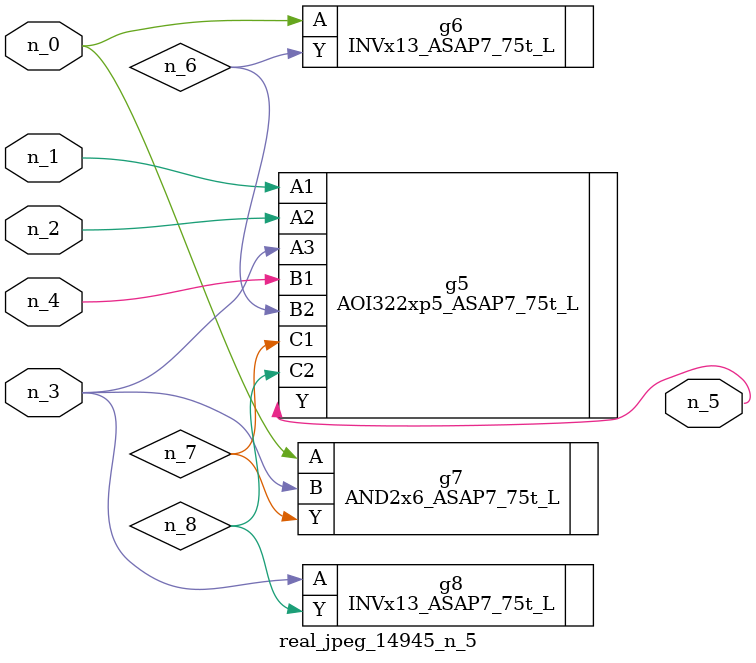
<source format=v>
module real_jpeg_14945_n_5 (n_4, n_0, n_1, n_2, n_3, n_5);

input n_4;
input n_0;
input n_1;
input n_2;
input n_3;

output n_5;

wire n_8;
wire n_6;
wire n_7;

INVx13_ASAP7_75t_L g6 ( 
.A(n_0),
.Y(n_6)
);

AND2x6_ASAP7_75t_L g7 ( 
.A(n_0),
.B(n_3),
.Y(n_7)
);

AOI322xp5_ASAP7_75t_L g5 ( 
.A1(n_1),
.A2(n_2),
.A3(n_3),
.B1(n_4),
.B2(n_6),
.C1(n_7),
.C2(n_8),
.Y(n_5)
);

INVx13_ASAP7_75t_L g8 ( 
.A(n_3),
.Y(n_8)
);


endmodule
</source>
